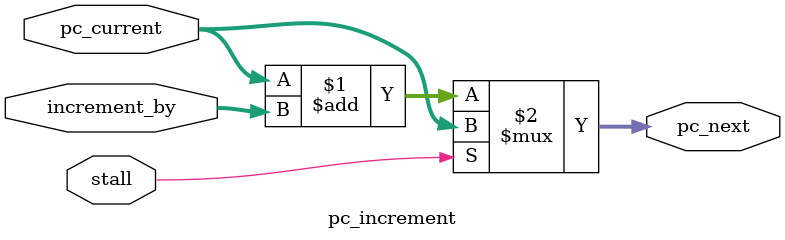
<source format=v>
/**
Program Counter Incrementer
*/

module pc_increment(pc_current, stall, increment_by, pc_next);
input [15:0] pc_current;
input [1:0] increment_by;
input stall;
output [15:0] pc_next;

wire [15:0] pc_next;

assign pc_next = stall ? pc_current : (pc_current + increment_by);

endmodule


</source>
